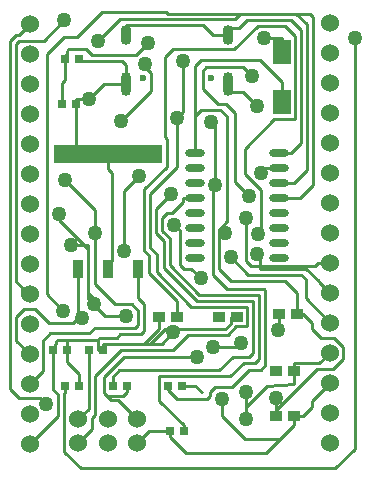
<source format=gbr>
%TF.GenerationSoftware,Altium Limited,Altium Designer,24.7.2 (38)*%
G04 Layer_Physical_Order=2*
G04 Layer_Color=16711680*
%FSLAX45Y45*%
%MOMM*%
%TF.SameCoordinates,C77648C0-80D8-424D-8617-BB5A92A82554*%
%TF.FilePolarity,Positive*%
%TF.FileFunction,Copper,L2,Bot,Signal*%
%TF.Part,Single*%
G01*
G75*
%TA.AperFunction,SMDPad,CuDef*%
%ADD10R,1.00000X0.90000*%
%TA.AperFunction,Conductor*%
%ADD20C,0.25400*%
%TA.AperFunction,ComponentPad*%
%ADD21C,0.60000*%
%ADD22O,0.90000X2.00000*%
%ADD23O,0.90000X1.70000*%
%ADD24C,1.52400*%
%TA.AperFunction,ViaPad*%
%ADD25C,1.27000*%
%TA.AperFunction,SMDPad,CuDef*%
%ADD26R,1.50000X2.12000*%
%ADD27O,1.65000X0.65000*%
%ADD28R,0.70000X0.80000*%
%ADD29R,9.25000X1.65000*%
%ADD30R,0.90000X1.65000*%
D10*
X2006600Y1346200D02*
D03*
X1854200D02*
D03*
X2514600Y1371600D02*
D03*
X2362200D02*
D03*
X1498600Y1346200D02*
D03*
X1346200D02*
D03*
X2489200Y889000D02*
D03*
X2336800D02*
D03*
X2489200Y508000D02*
D03*
X2336800D02*
D03*
D20*
X1854200Y2082800D02*
X1922780Y2151380D01*
X1854200Y2001520D02*
Y2082800D01*
Y1752600D02*
Y2001520D01*
X2349500Y563880D02*
X2687320Y901700D01*
X2336800Y563880D02*
Y652780D01*
Y508000D02*
Y563880D01*
X2349500D01*
X1649100Y3046100D02*
Y3467740D01*
X660400Y1333500D02*
Y1746199D01*
X185420Y1536700D02*
Y1592580D01*
X1931101Y3792220D02*
X2022587D01*
X1931101Y3246120D02*
X2054860D01*
X2085340Y579120D02*
Y706120D01*
Y474980D02*
Y579120D01*
X1954850Y1286830D02*
Y1346200D01*
X1394120Y1241715D02*
X1909735D01*
X1066099Y3317240D02*
Y3479800D01*
Y3316798D02*
Y3317240D01*
Y3817269D02*
X1719931D01*
X878840Y3317240D02*
X1066099D01*
X669600Y3507740D02*
X1038159D01*
X644200Y3190240D02*
X751840D01*
X644200Y2724201D02*
Y3149600D01*
X1270000Y1117595D02*
X1369055D01*
X872800D02*
X1219195D01*
X1270000D01*
X828040Y1066800D02*
Y1145540D01*
X905200Y672140D02*
X939800Y637540D01*
X802640Y2054860D02*
Y2247900D01*
Y1623060D02*
Y2054860D01*
X2250440Y193040D02*
X2369820Y312420D01*
X2240280Y3705860D02*
X2387600D01*
X139700Y1143000D02*
X254000Y1028700D01*
X139700Y1143000D02*
Y1346200D01*
X203200Y1409700D01*
X299720D01*
X414020Y1295400D01*
X622300D01*
X660400Y1333500D01*
X693420D01*
X1649100Y2730500D02*
Y3046100D01*
X1701800Y3098800D01*
X1864360D01*
X1922780Y3040380D01*
Y2151380D02*
Y3040380D01*
X1854200Y1752600D02*
X1955800Y1651000D01*
X2413000D01*
X2514600Y1549400D01*
X1884680Y2052320D02*
X1905000D01*
X1854200Y2001520D02*
X1884680Y2052320D01*
X2514600Y1371600D02*
Y1549400D01*
X1154374Y3558540D02*
X1255974Y3660140D01*
X779780Y3558540D02*
X1154374D01*
X728980Y3609340D02*
X779780Y3558540D01*
X577540Y3609340D02*
X728980D01*
X549600Y3530600D02*
X577540Y3609340D01*
X2588260Y1501140D02*
X2794000Y1295400D01*
X2588260Y1501140D02*
Y1661160D01*
X2547620Y1701800D02*
X2588260Y1661160D01*
X2103120Y1701800D02*
X2547620D01*
X1955800Y1849120D02*
X2103120Y1701800D01*
X664398Y279400D02*
X777240Y392242D01*
Y487680D01*
X805180Y515620D01*
Y845820D01*
X1023620Y1064260D01*
X1463909D01*
X1590563Y1190915D01*
X1930781D01*
X2002246Y1262380D01*
X2095500D01*
Y1429705D01*
X1617569D02*
X2095500D01*
X1326672Y1720601D02*
X1617569Y1429705D01*
X1326672Y1720601D02*
Y1878808D01*
X1275080Y1930400D02*
X1326672Y1878808D01*
X1275080Y1930400D02*
Y2387600D01*
X1501140Y2613660D01*
Y3027680D01*
X1549400Y3075940D02*
Y3507740D01*
X1501140Y3027680D02*
X1549400Y3075940D01*
X1542400Y762000D02*
X1656080D01*
X1711960Y706120D01*
X2489200Y777240D02*
Y889000D01*
X2260600Y754380D02*
X2489200Y777240D01*
X2085340Y579120D02*
X2260600Y754380D01*
X1076000Y706740D02*
Y762000D01*
X1041400Y672140D02*
X1076000Y706740D01*
X905200Y672140D02*
X1041400D01*
X881380Y695960D02*
X905200Y672140D01*
X881380Y695960D02*
Y833120D01*
X1051560Y1003300D01*
X1671320D01*
X999678Y637540D02*
X1162238Y474980D01*
X939800Y637540D02*
X999678D01*
X1369055Y1117595D02*
X1463040Y1211580D01*
X1422400Y721360D02*
Y762000D01*
Y721360D02*
X1498600Y645160D01*
X1752600D01*
X1780647Y673207D01*
Y711200D01*
X1822196Y752749D01*
X1966869D01*
X2108159Y894039D01*
X2209800D01*
X2247900Y932139D01*
Y1574800D01*
X2240595Y1582105D02*
X2247900Y1574800D01*
X1920220Y1582105D02*
X2240595D01*
X1803400Y1698925D02*
X1920220Y1582105D01*
X1803400Y1698925D02*
Y2446020D01*
X1821180Y2463800D01*
X1551940Y2349500D02*
X1649100D01*
X1551940Y2319020D02*
Y2349500D01*
X1457960Y2225040D02*
X1551940Y2319020D01*
X1417320Y2225040D02*
X1457960D01*
X1376680Y2184400D02*
X1417320Y2225040D01*
X1376680Y2072640D02*
Y2184400D01*
Y2072640D02*
X1439692Y2009628D01*
Y1781028D02*
Y2009628D01*
Y1781028D02*
X1689415Y1531305D01*
X2192335D01*
X2197100Y1526540D01*
Y990600D02*
Y1526540D01*
X2163074Y956574D02*
X2197100Y990600D01*
X2064685Y956574D02*
X2163074D01*
X1948210Y840100D02*
X2064685Y956574D01*
X1348740Y840100D02*
X1948210D01*
X1348740Y635000D02*
Y840100D01*
Y635000D02*
X1558600Y425140D01*
Y381000D02*
Y425140D01*
X2362200Y1236980D02*
Y1371600D01*
X2358390Y1233170D02*
X2362200Y1236980D01*
X2184400Y2047240D02*
X2209800Y2072640D01*
Y2420620D01*
X2074428Y2555992D02*
X2209800Y2420620D01*
X2074428Y2555992D02*
Y2768600D01*
X2323348Y3017520D01*
X2501900D01*
Y3721100D01*
X2415540Y3807460D02*
X2501900Y3721100D01*
X2184400Y3807460D02*
X2415540D01*
X1986280Y3609340D02*
X2184400Y3807460D01*
X1468120Y3609340D02*
X1986280D01*
X1399540Y3540760D02*
X1468120Y3609340D01*
X1399540Y2865120D02*
Y3540760D01*
Y2865120D02*
X1417320Y2847340D01*
Y2616200D02*
Y2847340D01*
X1224280Y2423160D02*
X1417320Y2616200D01*
X1224280Y1904533D02*
Y2423160D01*
Y1904533D02*
X1259373Y1869440D01*
Y1714967D02*
Y1869440D01*
Y1714967D02*
X1498600Y1475740D01*
Y1346200D02*
Y1475740D01*
X2489200Y431800D02*
Y508000D01*
X2369820Y312420D02*
X2489200Y431800D01*
X2072640Y312420D02*
X2369820D01*
X1884680Y500380D02*
X2072640Y312420D01*
X1884680Y500380D02*
Y650240D01*
X254000Y266700D02*
X495300Y508000D01*
Y683260D01*
X448000Y730560D02*
X495300Y683260D01*
X448000Y730560D02*
Y1066800D01*
X479948Y1149548D01*
X826613D01*
X845459Y1168395D01*
X990595D01*
X1017626Y1195426D01*
X1193800D01*
X1219200Y1220826D01*
Y1450340D01*
X1168400Y1501140D02*
X1219200Y1450340D01*
X1168400Y1501140D02*
Y1746199D01*
X396240Y1534160D02*
X533400Y1397000D01*
X396240Y1534160D02*
Y3566160D01*
X543560Y3713480D01*
X655320D01*
X863600Y3921760D01*
X1409700D01*
X1419860Y3911600D01*
X2511268D01*
X2603500Y3819368D01*
Y2588260D02*
Y3819368D01*
X2491740Y2476500D02*
X2603500Y2588260D01*
X2364100Y2476500D02*
X2491740D01*
X497840Y2164080D02*
Y2214880D01*
Y2164080D02*
X744220Y1917700D01*
Y1549400D02*
Y1917700D01*
Y1549400D02*
X795020Y1498600D01*
Y1452880D02*
Y1498600D01*
X568000Y1066800D02*
Y1145540D01*
X828040D01*
Y1066800D02*
X872800D01*
X2082800Y1818640D02*
Y2176780D01*
Y1818640D02*
X2130547Y1770893D01*
X2664460D01*
X2696967Y1803400D01*
X2794000D01*
X2179320Y1871980D02*
X2204720Y1846580D01*
Y1752600D02*
Y1846580D01*
Y1752600D02*
X2595880D01*
X2705100Y1643380D01*
Y1638300D02*
Y1643380D01*
Y1638300D02*
X2794000Y1549400D01*
X599440Y1953260D02*
X744220D01*
Y1493520D02*
Y1953260D01*
Y1493520D02*
X889000Y1348740D01*
X1066800D01*
X830580Y3683000D02*
X1016000Y3868420D01*
X1993900D01*
X2037080Y3911600D01*
X2628900D01*
X2654300Y3886200D01*
Y2463800D02*
Y3886200D01*
X2540000Y2349500D02*
X2654300Y2463800D01*
X2364100Y2349500D02*
X2540000D01*
X549600Y699460D02*
Y762000D01*
X546100Y695960D02*
X549600Y699460D01*
X546100Y203200D02*
Y695960D01*
Y203200D02*
X685800Y63500D01*
X2839720D01*
X3004820Y228600D01*
Y3708400D01*
X165100Y3733800D02*
X254000Y3822700D01*
X139700Y3733800D02*
X165100D01*
X88900Y3683000D02*
X139700Y3733800D01*
X88900Y736600D02*
Y3683000D01*
Y736600D02*
X165100Y660400D01*
X342900D01*
X393700Y609600D01*
X1051560Y2413000D02*
X1176020Y2537460D01*
X1051560Y1899920D02*
Y2413000D01*
X185420Y1536700D02*
X254000D01*
X139700Y1638300D02*
X185420Y1592580D01*
X139700Y1638300D02*
Y3657600D01*
X165100Y3683000D01*
X375920D01*
X546100Y3853180D01*
X1231900Y3459480D02*
Y3484880D01*
Y3459480D02*
X1280160Y3411220D01*
Y3258820D02*
Y3411220D01*
X1023620Y3002280D02*
X1280160Y3258820D01*
X1954850Y1346200D02*
X2006600D01*
X1909735Y1241715D02*
X1954850Y1286830D01*
X1270000Y1117595D02*
X1394120Y1241715D01*
X872800Y1066800D02*
Y1117595D01*
X254000Y774700D02*
X368300Y889000D01*
Y1143000D01*
X428214Y1202914D01*
X758414D01*
X801726Y1246226D01*
X1143000D01*
X1168400Y1271626D01*
Y1397000D01*
X1115060Y1450340D02*
X1168400Y1397000D01*
X975360Y1450340D02*
X1115060D01*
X802640Y1623060D02*
X975360Y1450340D01*
X548640Y2501900D02*
X802640Y2247900D01*
X1620520Y1752600D02*
X1701800Y1671320D01*
X1557020Y1752600D02*
X1620520D01*
X1524000Y1785620D02*
X1557020Y1752600D01*
X1524000Y1785620D02*
Y2077720D01*
X1478280Y2123440D02*
X1524000Y2077720D01*
X2212340Y2565400D02*
X2250440Y2603500D01*
X2364100D01*
X1649100Y3467740D02*
X1701800Y3520440D01*
X2202180D01*
X2387600Y3335020D01*
Y3166699D02*
Y3335020D01*
X914400Y2595723D02*
Y2724201D01*
Y2595723D02*
X947420Y2562703D01*
Y1819554D02*
Y2562703D01*
X914400Y1786534D02*
X947420Y1819554D01*
X914400Y1746199D02*
Y1786534D01*
X956000Y762000D02*
Y835894D01*
X1011006Y890900D01*
X1858640D01*
X1975114Y1007374D01*
X2112274D01*
X2146300Y1041400D01*
Y1480505D01*
X1668369D02*
X2146300D01*
X1388892Y1759981D02*
X1668369Y1480505D01*
X1388892Y1759981D02*
Y1988581D01*
X1325880Y2051594D02*
X1388892Y1988581D01*
X1325880Y2051594D02*
Y2255520D01*
X1450340Y2379980D01*
X1800860Y1087120D02*
X2009140D01*
X2044700Y1122680D01*
X644200Y3149600D02*
Y3190240D01*
X751840D02*
X878840Y3317240D01*
X1346200Y1244600D02*
Y1346200D01*
X1219195Y1117595D02*
X1346200Y1244600D01*
X1993900Y2484120D02*
X2108200Y2369820D01*
X1993900Y2484120D02*
Y3073400D01*
X1917700Y3149600D02*
X1993900Y3073400D01*
X1844040Y3149600D02*
X1917700D01*
X1717040Y3276600D02*
X1844040Y3149600D01*
X1717040Y3276600D02*
Y3429000D01*
X1744980Y3456940D01*
X2057400D01*
X2133600Y3380740D01*
X1038159Y3507740D02*
X1066099Y3479800D01*
X669600Y3507740D02*
Y3530600D01*
X1438600Y330200D02*
Y381000D01*
Y330200D02*
X1575760Y193040D01*
X2250440D01*
X1266002Y381000D02*
X1438600D01*
X1164402Y279400D02*
X1266002Y381000D01*
X1931101Y3246120D02*
Y3316798D01*
X2514600Y1371600D02*
X2567940D01*
X2644140Y1295400D01*
Y1242060D02*
Y1295400D01*
Y1242060D02*
X2717800Y1168400D01*
X2832100D01*
X2908300Y1092200D01*
Y990600D02*
Y1092200D01*
X2819400Y901700D02*
X2908300Y990600D01*
X2687320Y901700D02*
X2819400D01*
X1821180Y2463800D02*
Y2964180D01*
X1788160Y2997200D02*
X1821180Y2964180D01*
X662239Y474980D02*
X752800Y565541D01*
Y1066800D01*
X2705100Y952500D02*
X2794000Y1041400D01*
X2489200Y952500D02*
X2705100D01*
X2489200Y889000D02*
Y952500D01*
X1931101Y3733800D02*
Y3792220D01*
X2022587D02*
X2089074Y3858707D01*
X2465893D01*
X2552700Y3771900D01*
Y2819400D02*
Y3771900D01*
X2463800Y2730500D02*
X2552700Y2819400D01*
X2364100Y2730500D02*
X2463800D01*
X1803400Y3733800D02*
X1931101D01*
X1719931Y3817269D02*
X1803400Y3733800D01*
X1066099D02*
Y3817269D01*
X2387600Y3589701D02*
Y3705860D01*
X549600Y3352800D02*
Y3530600D01*
X524200Y3327400D02*
X549600Y3352800D01*
X524200Y3149600D02*
Y3327400D01*
X669600Y762000D02*
Y863600D01*
X568000Y965200D02*
X669600Y863600D01*
X568000Y965200D02*
Y1066800D01*
X2054860Y3246120D02*
X2174240Y3126740D01*
X644200Y2724201D02*
X914400D01*
X2489200Y508000D02*
X2565400D01*
X2641600Y584200D01*
Y635000D01*
X2794000Y787400D01*
D21*
X1787601Y3365800D02*
D03*
X1209599D02*
D03*
D22*
X1931101Y3316798D02*
D03*
X1066099D02*
D03*
D23*
X1931101Y3733800D02*
D03*
X1066099D02*
D03*
D24*
X2794000Y3835400D02*
D03*
Y3581400D02*
D03*
Y3327400D02*
D03*
Y3073400D02*
D03*
Y2819400D02*
D03*
Y2565400D02*
D03*
Y2311400D02*
D03*
Y2057400D02*
D03*
Y1803400D02*
D03*
Y1549400D02*
D03*
Y1295400D02*
D03*
Y1041400D02*
D03*
Y787400D02*
D03*
Y533400D02*
D03*
Y279400D02*
D03*
X254000Y3822700D02*
D03*
Y3568700D02*
D03*
Y3314700D02*
D03*
Y3060700D02*
D03*
Y2806700D02*
D03*
Y2552700D02*
D03*
Y2298700D02*
D03*
Y2044700D02*
D03*
Y1790700D02*
D03*
Y1536700D02*
D03*
Y1282700D02*
D03*
Y1028700D02*
D03*
Y774700D02*
D03*
Y520700D02*
D03*
Y266700D02*
D03*
X914400Y279400D02*
D03*
X1164402D02*
D03*
X1162238Y474980D02*
D03*
X912241D02*
D03*
X664398Y279400D02*
D03*
X662239Y474980D02*
D03*
D25*
X693420Y1333500D02*
D03*
X1905000Y2052320D02*
D03*
X1255974Y3660140D02*
D03*
X1955800Y1849120D02*
D03*
X1501140Y3027680D02*
D03*
X1549400Y3507740D02*
D03*
X2085340Y706120D02*
D03*
Y474980D02*
D03*
X1671320Y1003300D02*
D03*
X1463040Y1211580D02*
D03*
X1821180Y2463800D02*
D03*
X2358390Y1233170D02*
D03*
X2184400Y2047240D02*
D03*
X1884680Y650240D02*
D03*
X802640Y2054860D02*
D03*
X548640Y2501900D02*
D03*
X533400Y1397000D02*
D03*
X497840Y2214880D02*
D03*
X795020Y1452880D02*
D03*
X2082800Y2176780D02*
D03*
X2179320Y1871980D02*
D03*
X599440Y1953260D02*
D03*
X1066800Y1348740D02*
D03*
X830580Y3683000D02*
D03*
X3004820Y3708400D02*
D03*
X2336800Y652780D02*
D03*
X393700Y609600D02*
D03*
X1176020Y2537460D02*
D03*
X1051560Y1899920D02*
D03*
X546100Y3853180D02*
D03*
X1231900Y3484880D02*
D03*
X1023620Y3002280D02*
D03*
X1701800Y1671320D02*
D03*
X1478280Y2123440D02*
D03*
X2212340Y2565400D02*
D03*
X1450340Y2379980D02*
D03*
X1800860Y1087120D02*
D03*
X2044700Y1122680D02*
D03*
X751840Y3190240D02*
D03*
X2108200Y2369820D02*
D03*
X2133600Y3380740D02*
D03*
X2174240Y3126740D02*
D03*
X1788160Y2997200D02*
D03*
X2240280Y3705860D02*
D03*
D26*
X2387600Y3166699D02*
D03*
Y3589701D02*
D03*
D27*
X1649100Y1841500D02*
D03*
Y1968500D02*
D03*
Y2095500D02*
D03*
Y2222500D02*
D03*
Y2349500D02*
D03*
Y2476500D02*
D03*
Y2603500D02*
D03*
Y2730500D02*
D03*
X2364100Y1841500D02*
D03*
Y1968500D02*
D03*
Y2095500D02*
D03*
Y2222500D02*
D03*
Y2349500D02*
D03*
Y2476500D02*
D03*
Y2603500D02*
D03*
Y2730500D02*
D03*
D28*
X1076000Y762000D02*
D03*
X956000D02*
D03*
X872800Y1066800D02*
D03*
X752800D02*
D03*
X644200Y3149600D02*
D03*
X524200D02*
D03*
X1558600Y381000D02*
D03*
X1438600D02*
D03*
X1542400Y762000D02*
D03*
X1422400D02*
D03*
X669600D02*
D03*
X549600D02*
D03*
X568000Y1066800D02*
D03*
X448000D02*
D03*
X669600Y3530600D02*
D03*
X549600D02*
D03*
D29*
X914400Y2724201D02*
D03*
D30*
X660400Y1746199D02*
D03*
X914400D02*
D03*
X1168400D02*
D03*
%TF.MD5,f26fddf3906f9b3f87bc55f00b8ecde1*%
M02*

</source>
